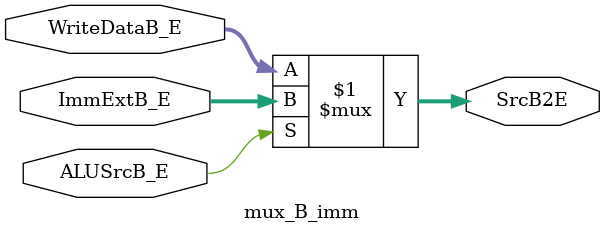
<source format=sv>
`timescale 1ns / 1ps


module mux_B_imm(input  logic ALUSrcB_E,
  input  logic [31:0] WriteDataB_E, ImmExtB_E,
  output logic [31:0] SrcB2E
  );

  assign SrcB2E = ALUSrcB_E ?  ImmExtB_E:WriteDataB_E;

endmodule
</source>
